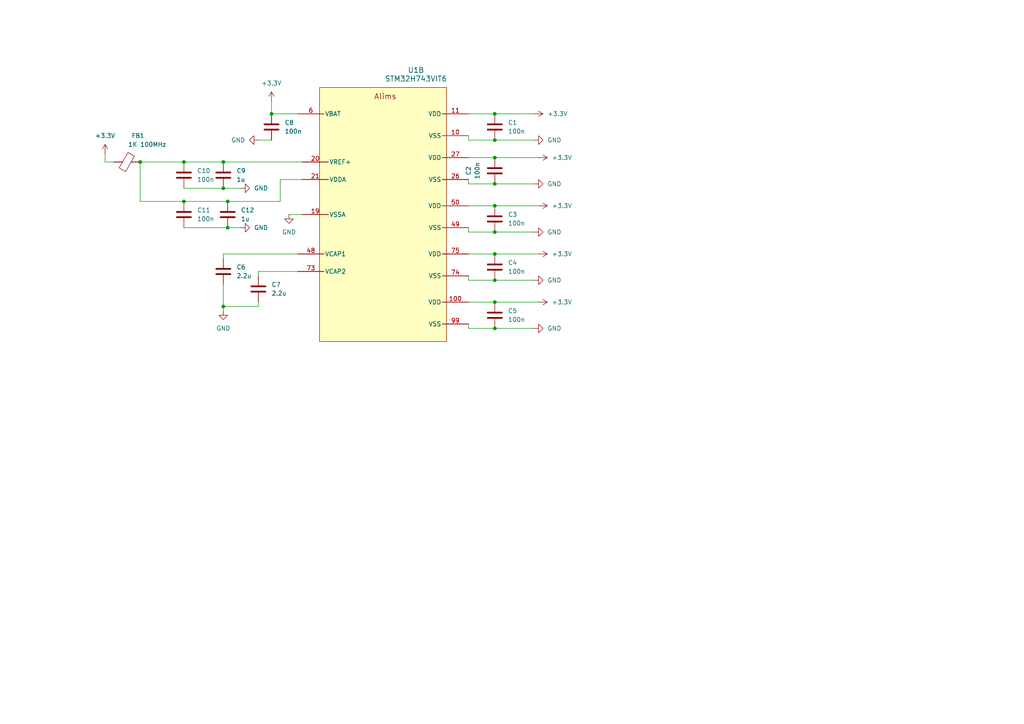
<source format=kicad_sch>
(kicad_sch (version 20231120) (generator "eeschema") (generator_version "8.0")
  (paper "A4")
  (lib_symbols
    (symbol "Device:C" (pin_numbers hide) (pin_names (offset 0.254))
      (property "Reference" "C" (at 0.635 2.54 0))
      (property "Value" "C" (at 0.635 -2.54 0))
      (symbol "C_0_1"
        (polyline (pts (xy -2.032 -0.762) (xy 2.032 -0.762)) (stroke (width 0.508)))
        (polyline (pts (xy -2.032 0.762) (xy 2.032 0.762)) (stroke (width 0.508)))
      )
      (symbol "C_1_1"
        (pin passive line (at 0 3.81 270) (length 2.794) (name "~") (number "1"))
        (pin passive line (at 0 -3.81 90) (length 2.794) (name "~") (number "2"))
      )
    )
    (symbol "Device:FerriteBead" (pin_numbers hide) (pin_names (offset 0))
      (property "Reference" "FB" (at -3.81 0.635 90))
      (property "Value" "FerriteBead" (at 3.81 0 90))
      (symbol "FerriteBead_0_1"
        (polyline (pts (xy 0 -1.27) (xy 0 -1.2192)))
        (polyline (pts (xy 0 1.27) (xy 0 1.2954)))
        (polyline (pts (xy -2.7686 0.4064) (xy -1.7018 2.2606) (xy 2.7686 -0.3048) (xy 1.6764 -2.159) (xy -2.7686 0.4064)))
      )
      (symbol "FerriteBead_1_1"
        (pin passive line (at 0 3.81 270) (length 2.54) (name "~") (number "1"))
        (pin passive line (at 0 -3.81 90) (length 2.54) (name "~") (number "2"))
      )
    )
    (symbol "STM32H743VIT6:STM32H743VIT6" (pin_names (offset 0.254))
      (property "Reference" "U" (at 40.64 10.16 0))
      (property "Value" "STM32H743VIT6" (at 40.64 7.62 0))
      (symbol "STM32H743VIT6_1_1"
        (rectangle (start 0 0) (end 60.96 -162.56) (fill (type background)))
        (text "I/O" (at 28.956 -3.048 0) (effects (font (size 1.6 1.6))))
        (pin bidirectional line (at 62.23 -10.16 180) (length 7.62) (name "PE2") (number "1"))
        (pin unspecified line (at -1.27 -78.74 0) (length 7.62) (name "PH0-OSC_IN-RCC_OSC_IN") (number "12"))
        (pin unspecified line (at -1.27 -81.28 0) (length 7.62) (name "PH1-OSC_OUT-RCC_OSC_OUT") (number "13"))
        (pin bidirectional line (at -1.27 -120.65 0) (length 7.62) (name "NRST") (number "14"))
        (pin bidirectional line (at 62.23 -22.86 180) (length 7.62) (name "PC0") (number "15"))
        (pin bidirectional line (at 62.23 -25.4 180) (length 7.62) (name "PC1") (number "16"))
        (pin bidirectional line (at 62.23 -27.94 180) (length 7.62) (name "PC2_C") (number "17"))
        (pin bidirectional line (at 62.23 -30.48 180) (length 7.62) (name "PC3_C") (number "18"))
        (pin bidirectional line (at 62.23 -17.78 180) (length 7.62) (name "PE3") (number "2"))
        (pin bidirectional line (at 62.23 -33.02 180) (length 7.62) (name "PA0-WKUP") (number "22"))
        (pin bidirectional line (at 62.23 -35.56 180) (length 7.62) (name "PA1") (number "23"))
        (pin bidirectional line (at 62.23 -38.1 180) (length 7.62) (name "PA2") (number "24"))
        (pin bidirectional line (at 62.23 -40.64 180) (length 7.62) (name "PA3") (number "25"))
        (pin bidirectional line (at 62.23 -43.18 180) (length 7.62) (name "PA4") (number "28"))
        (pin bidirectional line (at 62.23 -45.72 180) (length 7.62) (name "PA5") (number "29"))
        (pin bidirectional line (at 62.23 -15.24 180) (length 7.62) (name "PE4") (number "3"))
        (pin bidirectional line (at 62.23 -48.26 180) (length 7.62) (name "PA6") (number "30"))
        (pin bidirectional line (at 62.23 -50.8 180) (length 7.62) (name "PA7") (number "31"))
        (pin bidirectional line (at 62.23 -53.34 180) (length 7.62) (name "PC4") (number "32"))
        (pin bidirectional line (at 62.23 -55.88 180) (length 7.62) (name "PC5") (number "33"))
        (pin bidirectional line (at 62.23 -58.42 180) (length 7.62) (name "PB0") (number "34"))
        (pin bidirectional line (at 62.23 -60.96 180) (length 7.62) (name "PB1") (number "35"))
        (pin bidirectional line (at 62.23 -63.5 180) (length 7.62) (name "PB2") (number "36"))
        (pin bidirectional line (at 62.23 -66.04 180) (length 7.62) (name "PE7") (number "37"))
        (pin bidirectional line (at 62.23 -68.58 180) (length 7.62) (name "PE8") (number "38"))
        (pin bidirectional line (at 62.23 -71.12 180) (length 7.62) (name "PE9") (number "39"))
        (pin bidirectional line (at 62.23 -12.7 180) (length 7.62) (name "PE5") (number "4"))
        (pin bidirectional line (at 62.23 -73.66 180) (length 7.62) (name "PE10") (number "40"))
        (pin bidirectional line (at 62.23 -76.2 180) (length 7.62) (name "PE11") (number "41"))
        (pin bidirectional line (at 62.23 -78.74 180) (length 7.62) (name "PE12") (number "42"))
        (pin bidirectional line (at 62.23 -81.28 180) (length 7.62) (name "PE13") (number "43"))
        (pin bidirectional line (at 62.23 -83.82 180) (length 7.62) (name "PE14") (number "44"))
        (pin bidirectional line (at 62.23 -86.36 180) (length 7.62) (name "PE15") (number "45"))
        (pin bidirectional line (at 62.23 -88.9 180) (length 7.62) (name "PB10") (number "46"))
        (pin bidirectional line (at 62.23 -91.44 180) (length 7.62) (name "PB11") (number "47"))
        (pin output line (at -1.27 -8.89 0) (length 7.62) (name "PE6-SAI1_SD_A") (number "5"))
        (pin bidirectional line (at 62.23 -93.98 180) (length 7.62) (name "PB12") (number "51"))
        (pin bidirectional line (at 62.23 -96.52 180) (length 7.62) (name "PB13") (number "52"))
        (pin bidirectional line (at 62.23 -99.06 180) (length 7.62) (name "PB14") (number "53"))
        (pin bidirectional line (at 62.23 -101.6 180) (length 7.62) (name "PB15") (number "54"))
        (pin bidirectional line (at 62.23 -104.14 180) (length 7.62) (name "PD8") (number "55"))
        (pin bidirectional line (at 62.23 -106.68 180) (length 7.62) (name "PD9") (number "56"))
        (pin bidirectional line (at 62.23 -109.22 180) (length 7.62) (name "PD10") (number "57"))
        (pin input line (at -1.27 -25.4 0) (length 7.62) (name "PD11-SAI2_SD_A") (number "58"))
        (pin input line (at -1.27 -22.86 0) (length 7.62) (name "PD12-SAI2_FS_A") (number "59"))
        (pin input line (at -1.27 -20.32 0) (length 7.62) (name "PD13-SAI2_SCK_A") (number "60"))
        (pin bidirectional line (at 62.23 -111.76 180) (length 7.62) (name "PD14") (number "61"))
        (pin bidirectional line (at 62.23 -114.3 180) (length 7.62) (name "PD15") (number "62"))
        (pin input line (at -1.27 -48.26 0) (length 7.62) (name "PC6-ERREUR_D2") (number "63"))
        (pin input line (at -1.27 -50.8 0) (length 7.62) (name "PC7-NO_AUDIO_D2") (number "64"))
        (pin input line (at -1.27 -27.94 0) (length 7.62) (name "PC8-ERREUR_D1") (number "65"))
        (pin input line (at -1.27 -30.48 0) (length 7.62) (name "PC9-NO_AUDIO_D1") (number "66"))
        (pin output line (at -1.27 -53.34 0) (length 7.62) (name "PA8-RESET_D2") (number "67"))
        (pin output line (at -1.27 -33.02 0) (length 7.62) (name "PA9-RESET_D1") (number "68"))
        (pin unspecified line (at -1.27 -58.42 0) (length 7.62) (name "PA10-LED3") (number "69"))
        (pin bidirectional line (at 62.23 -20.32 180) (length 7.62) (name "PC13") (number "7"))
        (pin unspecified line (at -1.27 -60.96 0) (length 7.62) (name "PA11-LED2") (number "70"))
        (pin unspecified line (at -1.27 -63.5 0) (length 7.62) (name "PA12-LED1") (number "71"))
        (pin unspecified line (at -1.27 -69.85 0) (length 7.62) (name "PA13-DEBUG_JTMS-SWDIO") (number "72"))
        (pin unspecified line (at -1.27 -72.39 0) (length 7.62) (name "PA14-DEBUG_JTCK-SWCLK") (number "76"))
        (pin bidirectional line (at 62.23 -116.84 180) (length 7.62) (name "PA15") (number "77"))
        (pin bidirectional line (at 62.23 -119.38 180) (length 7.62) (name "PC10") (number "78"))
        (pin bidirectional line (at 62.23 -121.92 180) (length 7.62) (name "PC11") (number "79"))
        (pin bidirectional line (at -1.27 -85.09 0) (length 7.62) (name "PC14-OSC32_IN") (number "8"))
        (pin bidirectional line (at 62.23 -124.46 180) (length 7.62) (name "PC12") (number "80"))
        (pin input line (at -1.27 -40.64 0) (length 7.62) (name "PD0-SAI3_SCK_A") (number "81"))
        (pin input line (at -1.27 -45.72 0) (length 7.62) (name "PD1-SAI3_SD_A") (number "82"))
        (pin bidirectional line (at 62.23 -127 180) (length 7.62) (name "PD2") (number "83"))
        (pin bidirectional line (at 62.23 -129.54 180) (length 7.62) (name "PD3") (number "84"))
        (pin input line (at -1.27 -43.18 0) (length 7.62) (name "PD4-SAI3_FS_A") (number "85"))
        (pin bidirectional line (at 62.23 -132.08 180) (length 7.62) (name "PD5") (number "86"))
        (pin bidirectional line (at 62.23 -134.62 180) (length 7.62) (name "PD6") (number "87"))
        (pin input line (at -1.27 -15.24 0) (length 7.62) (name "PD7-SPDIFRX1_IN0") (number "88"))
        (pin bidirectional line (at 62.23 -137.16 180) (length 7.62) (name "PB3") (number "89"))
        (pin bidirectional line (at -1.27 -87.63 0) (length 7.62) (name "PC15-OSC32_OUT") (number "9"))
        (pin bidirectional line (at 62.23 -139.7 180) (length 7.62) (name "PB4") (number "90"))
        (pin bidirectional line (at 62.23 -142.24 180) (length 7.62) (name "PB5") (number "91"))
        (pin bidirectional line (at 62.23 -144.78 180) (length 7.62) (name "PB6") (number "92"))
        (pin bidirectional line (at 62.23 -147.32 180) (length 7.62) (name "PB7") (number "93"))
        (pin input line (at -1.27 -116.84 0) (length 7.62) (name "BOOT0") (number "94"))
        (pin bidirectional line (at 62.23 -149.86 180) (length 7.62) (name "PB8") (number "95"))
        (pin bidirectional line (at 62.23 -152.4 180) (length 7.62) (name "PB9") (number "96"))
        (pin bidirectional line (at 62.23 -154.94 180) (length 7.62) (name "PE0") (number "97"))
        (pin bidirectional line (at 62.23 -157.48 180) (length 7.62) (name "PE1") (number "98"))
      )
      (symbol "STM32H743VIT6_2_1"
        (rectangle (start 5.08 0) (end 41.91 -73.66) (fill (type background)))
        (text "Alims" (at 24.13 -2.54 0) (effects (font (size 1.6 1.6))))
        (pin power_in line (at 48.26 -13.97 180) (length 7.62) (name "VSS") (number "10"))
        (pin power_in line (at 48.26 -62.23 180) (length 7.62) (name "VDD") (number "100"))
        (pin power_in line (at 48.26 -7.62 180) (length 7.62) (name "VDD") (number "11"))
        (pin power_in line (at 0 -36.83 0) (length 7.62) (name "VSSA") (number "19"))
        (pin power_in line (at 0 -21.59 0) (length 7.62) (name "VREF+") (number "20"))
        (pin power_in line (at 0 -26.67 0) (length 7.62) (name "VDDA") (number "21"))
        (pin power_in line (at 48.26 -26.67 180) (length 7.62) (name "VSS") (number "26"))
        (pin power_in line (at 48.26 -20.32 180) (length 7.62) (name "VDD") (number "27"))
        (pin power_in line (at -1.27 -48.26 0) (length 7.62) (name "VCAP1") (number "48"))
        (pin power_in line (at 48.26 -40.64 180) (length 7.62) (name "VSS") (number "49"))
        (pin power_in line (at 48.26 -34.29 180) (length 7.62) (name "VDD") (number "50"))
        (pin power_in line (at -1.27 -7.62 0) (length 7.62) (name "VBAT") (number "6"))
        (pin power_in line (at -1.27 -53.34 0) (length 7.62) (name "VCAP2") (number "73"))
        (pin power_in line (at 48.26 -54.61 180) (length 7.62) (name "VSS") (number "74"))
        (pin power_in line (at 48.26 -48.26 180) (length 7.62) (name "VDD") (number "75"))
        (pin power_in line (at 48.26 -68.58 180) (length 7.62) (name "VSS") (number "99"))
      )
    )
    (symbol "power:+3.3V" (power) (pin_numbers hide) (pin_names (offset 0) hide)
      (property "Value" "+3.3V" (at 0 3.556 0))
      (symbol "+3.3V_0_1"
        (polyline (pts (xy -0.762 1.27) (xy 0 2.54)))
        (polyline (pts (xy 0 0) (xy 0 2.54)))
        (polyline (pts (xy 0 2.54) (xy 0.762 1.27)))
      )
      (symbol "+3.3V_1_1"
        (pin power_in line (at 0 0 90) (length 0) (name "~") (number "1"))
      )
    )
    (symbol "power:GND" (power) (pin_numbers hide) (pin_names (offset 0) hide)
      (property "Value" "GND" (at 0 -3.81 0))
      (symbol "GND_0_1"
        (polyline (pts (xy 0 0) (xy 0 -1.27) (xy 1.27 -1.27) (xy 0 -2.54) (xy -1.27 -1.27) (xy 0 -1.27)))
      )
      (symbol "GND_1_1"
        (pin power_in line (at 0 0 270) (length 0) (name "~") (number "1"))
      )
    )
  )
  (junction (at 66.04 58.42))
  (junction (at 78.74 33.02))
  (junction (at 143.51 81.28))
  (junction (at 143.51 45.72))
  (junction (at 53.34 46.99))
  (junction (at 143.51 87.63))
  (junction (at 64.77 54.61))
  (junction (at 53.34 58.42))
  (junction (at 143.51 73.66))
  (junction (at 143.51 40.64))
  (junction (at 64.77 88.9))
  (junction (at 143.51 95.25))
  (junction (at 143.51 33.02))
  (junction (at 143.51 53.34))
  (junction (at 143.51 59.69))
  (junction (at 143.51 67.31))
  (junction (at 40.64 46.99))
  (junction (at 64.77 46.99))
  (junction (at 66.04 66.04))
  (wire (pts (xy 143.51 73.66) (xy 156.21 73.66)))
  (wire (pts (xy 143.51 67.31) (xy 154.94 67.31)))
  (wire (pts (xy 74.93 80.01) (xy 74.93 78.74)))
  (wire (pts (xy 135.89 66.04) (xy 135.89 67.31)))
  (wire (pts (xy 135.89 45.72) (xy 143.51 45.72)))
  (wire (pts (xy 30.48 44.45) (xy 30.48 46.99)))
  (wire (pts (xy 53.34 58.42) (xy 66.04 58.42)))
  (wire (pts (xy 135.89 59.69) (xy 143.51 59.69)))
  (wire (pts (xy 74.93 88.9) (xy 74.93 87.63)))
  (wire (pts (xy 64.77 54.61) (xy 69.85 54.61)))
  (wire (pts (xy 53.34 54.61) (xy 64.77 54.61)))
  (wire (pts (xy 143.51 95.25) (xy 154.94 95.25)))
  (wire (pts (xy 64.77 88.9) (xy 64.77 90.17)))
  (wire (pts (xy 64.77 73.66) (xy 64.77 74.93)))
  (wire (pts (xy 143.51 45.72) (xy 156.21 45.72)))
  (wire (pts (xy 40.64 46.99) (xy 40.64 58.42)))
  (wire (pts (xy 135.89 67.31) (xy 143.51 67.31)))
  (wire (pts (xy 64.77 46.99) (xy 87.63 46.99)))
  (wire (pts (xy 66.04 58.42) (xy 81.28 58.42)))
  (wire (pts (xy 64.77 88.9) (xy 74.93 88.9)))
  (wire (pts (xy 135.89 80.01) (xy 135.89 81.28)))
  (wire (pts (xy 81.28 58.42) (xy 81.28 52.07)))
  (wire (pts (xy 143.51 53.34) (xy 154.94 53.34)))
  (wire (pts (xy 78.74 29.21) (xy 78.74 33.02)))
  (wire (pts (xy 64.77 82.55) (xy 64.77 88.9)))
  (wire (pts (xy 143.51 87.63) (xy 156.21 87.63)))
  (wire (pts (xy 135.89 73.66) (xy 143.51 73.66)))
  (wire (pts (xy 135.89 81.28) (xy 143.51 81.28)))
  (wire (pts (xy 40.64 46.99) (xy 53.34 46.99)))
  (wire (pts (xy 143.51 59.69) (xy 156.21 59.69)))
  (wire (pts (xy 143.51 81.28) (xy 154.94 81.28)))
  (wire (pts (xy 83.82 62.23) (xy 87.63 62.23)))
  (wire (pts (xy 135.89 95.25) (xy 143.51 95.25)))
  (wire (pts (xy 87.63 52.07) (xy 81.28 52.07)))
  (wire (pts (xy 69.85 66.04) (xy 66.04 66.04)))
  (wire (pts (xy 135.89 87.63) (xy 143.51 87.63)))
  (wire (pts (xy 30.48 46.99) (xy 33.02 46.99)))
  (wire (pts (xy 78.74 33.02) (xy 86.36 33.02)))
  (wire (pts (xy 143.51 40.64) (xy 154.94 40.64)))
  (wire (pts (xy 64.77 73.66) (xy 86.36 73.66)))
  (wire (pts (xy 135.89 33.02) (xy 143.51 33.02)))
  (wire (pts (xy 40.64 58.42) (xy 53.34 58.42)))
  (wire (pts (xy 135.89 52.07) (xy 135.89 53.34)))
  (wire (pts (xy 135.89 40.64) (xy 143.51 40.64)))
  (wire (pts (xy 74.93 78.74) (xy 86.36 78.74)))
  (wire (pts (xy 135.89 39.37) (xy 135.89 40.64)))
  (wire (pts (xy 135.89 53.34) (xy 143.51 53.34)))
  (wire (pts (xy 143.51 33.02) (xy 154.94 33.02)))
  (wire (pts (xy 74.93 40.64) (xy 78.74 40.64)))
  (wire (pts (xy 53.34 66.04) (xy 66.04 66.04)))
  (wire (pts (xy 135.89 93.98) (xy 135.89 95.25)))
  (wire (pts (xy 53.34 46.99) (xy 64.77 46.99)))
  (symbol (lib_id "power:GND") (at 69.85 66.04 90) (unit 1)
    (property "Reference" "#PWR07" (effects (hide yes)))
    (property "Value" "GND" (at 73.66 66.0399 90) (effects (justify right)))
    (property "Description" "Power symbol creates a global label with name \"GND\" , ground" (effects (hide yes)))
  )
  (symbol (lib_id "power:GND") (at 74.93 40.64 270) (unit 1)
    (property "Reference" "#PWR04" (effects (hide yes)))
    (property "Value" "GND" (at 71.12 40.6399 90) (effects (justify right)))
    (property "Description" "Power symbol creates a global label with name \"GND\" , ground" (effects (hide yes)))
  )
  (symbol (lib_id "power:+3.3V") (at 78.74 29.21 0) (unit 1)
    (property "Reference" "#PWR06" (effects (hide yes)))
    (property "Value" "+3.3V" (at 78.74 24.13 0))
    (property "Description" "Power symbol creates a global label with name \"+3.3V\"" (effects (hide yes)))
  )
  (symbol (lib_id "power:GND") (at 154.94 53.34 90) (unit 1)
    (property "Reference" "#PWR013" (effects (hide yes)))
    (property "Value" "GND" (at 158.75 53.3399 90) (effects (justify right)))
    (property "Description" "Power symbol creates a global label with name \"GND\" , ground" (effects (hide yes)))
  )
  (symbol (lib_id "Device:C") (at 64.77 78.74 0) (unit 1)
    (property "Reference" "C6" (at 68.58 77.4699 0) (effects (justify left)))
    (property "Value" "2.2u" (at 68.58 80.0099 0) (effects (justify left)))
    (property "Description" "Unpolarized capacitor" (effects (hide yes)))
  )
  (symbol (lib_id "Device:C") (at 143.51 63.5 0) (unit 1)
    (property "Reference" "C3" (at 147.32 62.2299 0) (effects (justify left)))
    (property "Value" "100n" (at 147.32 64.7699 0) (effects (justify left)))
    (property "Description" "Unpolarized capacitor" (effects (hide yes)))
  )
  (symbol (lib_id "power:+3.3V") (at 156.21 73.66 270) (unit 1)
    (property "Reference" "#PWR017" (effects (hide yes)))
    (property "Value" "+3.3V" (at 160.02 73.6599 90) (effects (justify left)))
    (property "Description" "Power symbol creates a global label with name \"+3.3V\"" (effects (hide yes)))
  )
  (symbol (lib_id "Device:C") (at 53.34 62.23 0) (unit 1)
    (property "Reference" "C11" (at 57.15 60.9599 0) (effects (justify left)))
    (property "Value" "100n" (at 57.15 63.4999 0) (effects (justify left)))
    (property "Description" "Unpolarized capacitor" (effects (hide yes)))
  )
  (symbol (lib_id "power:+3.3V") (at 156.21 45.72 270) (unit 1)
    (property "Reference" "#PWR015" (effects (hide yes)))
    (property "Value" "+3.3V" (at 160.02 45.7199 90) (effects (justify left)))
    (property "Description" "Power symbol creates a global label with name \"+3.3V\"" (effects (hide yes)))
  )
  (symbol (lib_id "power:+3.3V") (at 154.94 33.02 270) (unit 1)
    (property "Reference" "#PWR01" (effects (hide yes)))
    (property "Value" "+3.3V" (at 158.75 33.0199 90) (effects (justify left)))
    (property "Description" "Power symbol creates a global label with name \"+3.3V\"" (effects (hide yes)))
  )
  (symbol (lib_id "Device:C") (at 143.51 91.44 0) (unit 1)
    (property "Reference" "C5" (at 147.32 90.1699 0) (effects (justify left)))
    (property "Value" "100n" (at 147.32 92.7099 0) (effects (justify left)))
    (property "Description" "Unpolarized capacitor" (effects (hide yes)))
  )
  (symbol (lib_id "Device:FerriteBead") (at 36.83 46.99 90) (unit 1)
    (property "Reference" "FB1" (at 41.91 39.37 90) (effects (justify left)))
    (property "Value" "1K 100MHz" (at 48.26 41.91 90) (effects (justify left)))
    (property "Description" "Ferrite bead" (effects (hide yes)))
  )
  (symbol (lib_id "power:GND") (at 154.94 67.31 90) (unit 1)
    (property "Reference" "#PWR012" (effects (hide yes)))
    (property "Value" "GND" (at 158.75 67.3099 90) (effects (justify right)))
    (property "Description" "Power symbol creates a global label with name \"GND\" , ground" (effects (hide yes)))
  )
  (symbol (lib_id "power:+3.3V") (at 156.21 59.69 270) (unit 1)
    (property "Reference" "#PWR016" (effects (hide yes)))
    (property "Value" "+3.3V" (at 160.02 59.6899 90) (effects (justify left)))
    (property "Description" "Power symbol creates a global label with name \"+3.3V\"" (effects (hide yes)))
  )
  (symbol (lib_id "STM32H743VIT6:STM32H743VIT6") (at 87.63 25.4 0) (unit 2)
    (property "Reference" "U1" (at 120.65 20.32 0) (effects (font (size 1.524 1.524))))
    (property "Value" "STM32H743VIT6" (at 120.65 22.86 0) (effects (font (size 1.524 1.524))))
    (property "Footprint" "LQFP100-14x14mm" (effects (hide yes)))
    (property "Datasheet" "STM32H743VIT6" (effects (hide yes)))
  )
  (symbol (lib_id "Device:C") (at 53.34 50.8 0) (unit 1)
    (property "Reference" "C10" (at 57.15 49.5299 0) (effects (justify left)))
    (property "Value" "100n" (at 57.15 52.0699 0) (effects (justify left)))
    (property "Description" "Unpolarized capacitor" (effects (hide yes)))
  )
  (symbol (lib_id "Device:C") (at 66.04 62.23 0) (unit 1)
    (property "Reference" "C12" (at 69.85 60.9599 0) (effects (justify left)))
    (property "Value" "1u" (at 69.85 63.4999 0) (effects (justify left)))
    (property "Description" "Unpolarized capacitor" (effects (hide yes)))
  )
  (symbol (lib_id "Device:C") (at 143.51 36.83 0) (unit 1)
    (property "Reference" "C1" (at 147.32 35.5599 0) (effects (justify left)))
    (property "Value" "100n" (at 147.32 38.0999 0) (effects (justify left)))
    (property "Description" "Unpolarized capacitor" (effects (hide yes)))
  )
  (symbol (lib_id "power:GND") (at 154.94 95.25 90) (unit 1)
    (property "Reference" "#PWR02" (effects (hide yes)))
    (property "Value" "GND" (at 158.75 95.2499 90) (effects (justify right)))
    (property "Description" "Power symbol creates a global label with name \"GND\" , ground" (effects (hide yes)))
  )
  (symbol (lib_id "Device:C") (at 143.51 49.53 0) (unit 1)
    (property "Reference" "C2" (at 135.89 49.53 90))
    (property "Value" "100n" (at 138.43 49.53 90))
    (property "Description" "Unpolarized capacitor" (effects (hide yes)))
  )
  (symbol (lib_id "power:GND") (at 154.94 81.28 90) (unit 1)
    (property "Reference" "#PWR011" (effects (hide yes)))
    (property "Value" "GND" (at 158.75 81.2799 90) (effects (justify right)))
    (property "Description" "Power symbol creates a global label with name \"GND\" , ground" (effects (hide yes)))
  )
  (symbol (lib_id "power:+3.3V") (at 30.48 44.45 0) (unit 1)
    (property "Reference" "#PWR05" (effects (hide yes)))
    (property "Value" "+3.3V" (at 30.48 39.37 0))
    (property "Description" "Power symbol creates a global label with name \"+3.3V\"" (effects (hide yes)))
  )
  (symbol (lib_id "power:GND") (at 69.85 54.61 90) (unit 1)
    (property "Reference" "#PWR09" (effects (hide yes)))
    (property "Value" "GND" (at 73.66 54.6099 90) (effects (justify right)))
    (property "Description" "Power symbol creates a global label with name \"GND\" , ground" (effects (hide yes)))
  )
  (symbol (lib_id "power:GND") (at 64.77 90.17 0) (unit 1)
    (property "Reference" "#PWR03" (effects (hide yes)))
    (property "Value" "GND" (at 64.77 95.25 0))
    (property "Description" "Power symbol creates a global label with name \"GND\" , ground" (effects (hide yes)))
  )
  (symbol (lib_id "Device:C") (at 74.93 83.82 0) (unit 1)
    (property "Reference" "C7" (at 78.74 82.5499 0) (effects (justify left)))
    (property "Value" "2.2u" (at 78.74 85.0899 0) (effects (justify left)))
    (property "Description" "Unpolarized capacitor" (effects (hide yes)))
  )
  (symbol (lib_id "Device:C") (at 78.74 36.83 0) (unit 1)
    (property "Reference" "C8" (at 82.55 35.5599 0) (effects (justify left)))
    (property "Value" "100n" (at 82.55 38.0999 0) (effects (justify left)))
    (property "Description" "Unpolarized capacitor" (effects (hide yes)))
  )
  (symbol (lib_id "Device:C") (at 64.77 50.8 0) (unit 1)
    (property "Reference" "C9" (at 68.58 49.5299 0) (effects (justify left)))
    (property "Value" "1u" (at 68.58 52.0699 0) (effects (justify left)))
    (property "Description" "Unpolarized capacitor" (effects (hide yes)))
  )
  (symbol (lib_id "Device:C") (at 143.51 77.47 0) (unit 1)
    (property "Reference" "C4" (at 147.32 76.1999 0) (effects (justify left)))
    (property "Value" "100n" (at 147.32 78.7399 0) (effects (justify left)))
    (property "Description" "Unpolarized capacitor" (effects (hide yes)))
  )
  (symbol (lib_id "power:GND") (at 154.94 40.64 90) (unit 1)
    (property "Reference" "#PWR014" (effects (hide yes)))
    (property "Value" "GND" (at 158.75 40.6399 90) (effects (justify right)))
    (property "Description" "Power symbol creates a global label with name \"GND\" , ground" (effects (hide yes)))
  )
  (symbol (lib_id "power:GND") (at 83.82 62.23 0) (unit 1)
    (property "Reference" "#PWR08" (effects (hide yes)))
    (property "Value" "GND" (at 83.82 67.31 0))
    (property "Description" "Power symbol creates a global label with name \"GND\" , ground" (effects (hide yes)))
  )
  (symbol (lib_id "power:+3.3V") (at 156.21 87.63 270) (unit 1)
    (property "Reference" "#PWR018" (effects (hide yes)))
    (property "Value" "+3.3V" (at 160.02 87.6299 90) (effects (justify left)))
    (property "Description" "Power symbol creates a global label with name \"+3.3V\"" (effects (hide yes)))
  )
)
</source>
